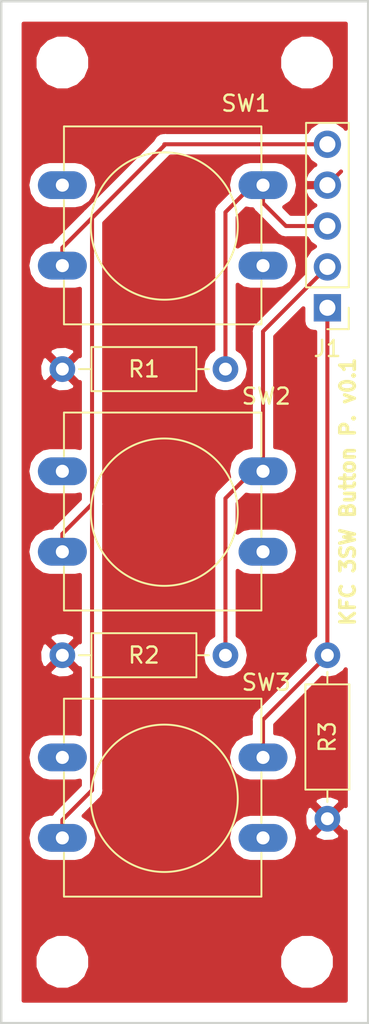
<source format=kicad_pcb>
(kicad_pcb (version 20171130) (host pcbnew "(5.0.1)-4")

  (general
    (thickness 1.6)
    (drawings 6)
    (tracks 30)
    (zones 0)
    (modules 11)
    (nets 6)
  )

  (page A4)
  (title_block
    (title "3 switch panel")
    (date 2018-12-10)
    (rev 1)
  )

  (layers
    (0 F.Cu signal hide)
    (31 B.Cu signal)
    (32 B.Adhes user)
    (33 F.Adhes user)
    (34 B.Paste user)
    (35 F.Paste user)
    (36 B.SilkS user)
    (37 F.SilkS user)
    (38 B.Mask user)
    (39 F.Mask user)
    (40 Dwgs.User user)
    (41 Cmts.User user)
    (42 Eco1.User user)
    (43 Eco2.User user)
    (44 Edge.Cuts user)
    (45 Margin user)
    (46 B.CrtYd user)
    (47 F.CrtYd user)
    (48 B.Fab user)
    (49 F.Fab user hide)
  )

  (setup
    (last_trace_width 0.25)
    (trace_clearance 0.2)
    (zone_clearance 0.508)
    (zone_45_only no)
    (trace_min 0.2)
    (segment_width 0.2)
    (edge_width 0.15)
    (via_size 0.8)
    (via_drill 0.4)
    (via_min_size 0.4)
    (via_min_drill 0.3)
    (uvia_size 0.3)
    (uvia_drill 0.1)
    (uvias_allowed no)
    (uvia_min_size 0.2)
    (uvia_min_drill 0.1)
    (pcb_text_width 0.3)
    (pcb_text_size 1.5 1.5)
    (mod_edge_width 0.15)
    (mod_text_size 1 1)
    (mod_text_width 0.15)
    (pad_size 1.524 1.524)
    (pad_drill 0.762)
    (pad_to_mask_clearance 0.051)
    (solder_mask_min_width 0.25)
    (aux_axis_origin 0 0)
    (visible_elements 7FFFFFFF)
    (pcbplotparams
      (layerselection 0x010fc_ffffffff)
      (usegerberextensions false)
      (usegerberattributes false)
      (usegerberadvancedattributes false)
      (creategerberjobfile false)
      (excludeedgelayer true)
      (linewidth 0.100000)
      (plotframeref false)
      (viasonmask false)
      (mode 1)
      (useauxorigin false)
      (hpglpennumber 1)
      (hpglpenspeed 20)
      (hpglpendiameter 15.000000)
      (psnegative false)
      (psa4output false)
      (plotreference true)
      (plotvalue true)
      (plotinvisibletext false)
      (padsonsilk false)
      (subtractmaskfromsilk false)
      (outputformat 1)
      (mirror false)
      (drillshape 1)
      (scaleselection 1)
      (outputdirectory ""))
  )

  (net 0 "")
  (net 1 "Net-(J1-Pad1)")
  (net 2 "Net-(J1-Pad2)")
  (net 3 "Net-(J1-Pad3)")
  (net 4 GND)
  (net 5 VCC)

  (net_class Default "This is the default net class."
    (clearance 0.2)
    (trace_width 0.25)
    (via_dia 0.8)
    (via_drill 0.4)
    (uvia_dia 0.3)
    (uvia_drill 0.1)
    (add_net GND)
    (add_net "Net-(J1-Pad1)")
    (add_net "Net-(J1-Pad2)")
    (add_net "Net-(J1-Pad3)")
    (add_net VCC)
  )

  (module MountingHole:MountingHole_2.2mm_M2 (layer F.Cu) (tedit 5C10B1C0) (tstamp 5C10B5C9)
    (at 36.83 66.04)
    (descr "Mounting Hole 2.2mm, no annular, M2")
    (tags "mounting hole 2.2mm no annular m2")
    (attr virtual)
    (fp_text reference REF** (at 0 -3.2) (layer F.Fab) hide
      (effects (font (size 1 1) (thickness 0.15)))
    )
    (fp_text value MountingHole_2.2mm_M2 (at 0 3.2) (layer F.Fab)
      (effects (font (size 1 1) (thickness 0.15)))
    )
    (fp_text user %R (at 0.3 0) (layer F.Fab)
      (effects (font (size 1 1) (thickness 0.15)))
    )
    (fp_circle (center 0 0) (end 2.2 0) (layer Cmts.User) (width 0.15))
    (fp_circle (center 0 0) (end 2.45 0) (layer F.CrtYd) (width 0.05))
    (pad 1 np_thru_hole circle (at 0 0) (size 2.2 2.2) (drill 2.2) (layers *.Cu *.Mask))
  )

  (module MountingHole:MountingHole_2.2mm_M2 (layer F.Cu) (tedit 5C10B1C4) (tstamp 5C10B5BB)
    (at 21.59 66.04)
    (descr "Mounting Hole 2.2mm, no annular, M2")
    (tags "mounting hole 2.2mm no annular m2")
    (attr virtual)
    (fp_text reference REF** (at 0 -3.2) (layer F.Fab) hide
      (effects (font (size 1 1) (thickness 0.15)))
    )
    (fp_text value MountingHole_2.2mm_M2 (at 0 3.2) (layer F.Fab)
      (effects (font (size 1 1) (thickness 0.15)))
    )
    (fp_circle (center 0 0) (end 2.45 0) (layer F.CrtYd) (width 0.05))
    (fp_circle (center 0 0) (end 2.2 0) (layer Cmts.User) (width 0.15))
    (fp_text user %R (at 0.3 0) (layer F.Fab)
      (effects (font (size 1 1) (thickness 0.15)))
    )
    (pad 1 np_thru_hole circle (at 0 0) (size 2.2 2.2) (drill 2.2) (layers *.Cu *.Mask))
  )

  (module MountingHole:MountingHole_2.2mm_M2 (layer F.Cu) (tedit 5C10B1C8) (tstamp 5C10B5AD)
    (at 36.83 10.16)
    (descr "Mounting Hole 2.2mm, no annular, M2")
    (tags "mounting hole 2.2mm no annular m2")
    (attr virtual)
    (fp_text reference REF** (at 0 -3.2) (layer F.Fab) hide
      (effects (font (size 1 1) (thickness 0.15)))
    )
    (fp_text value MountingHole_2.2mm_M2 (at 0 3.2) (layer F.Fab)
      (effects (font (size 1 1) (thickness 0.15)))
    )
    (fp_text user %R (at 0.3 0) (layer F.Fab)
      (effects (font (size 1 1) (thickness 0.15)))
    )
    (fp_circle (center 0 0) (end 2.2 0) (layer Cmts.User) (width 0.15))
    (fp_circle (center 0 0) (end 2.45 0) (layer F.CrtYd) (width 0.05))
    (pad 1 np_thru_hole circle (at 0 0) (size 2.2 2.2) (drill 2.2) (layers *.Cu *.Mask))
  )

  (module Button_Switch_THT:SW_PUSH-12mm (layer F.Cu) (tedit 5A02FE31) (tstamp 5C2A1B6F)
    (at 21.59 53.34)
    (descr "SW PUSH 12mm https://www.e-switch.com/system/asset/product_line/data_sheet/143/TL1100.pdf")
    (tags "tact sw push 12mm")
    (path /5C0F5616)
    (fp_text reference SW3 (at 12.7 -4.66) (layer F.SilkS)
      (effects (font (size 1 1) (thickness 0.15)))
    )
    (fp_text value SW_SPST (at 6.35 6.35) (layer F.Fab)
      (effects (font (size 1 1) (thickness 0.15)))
    )
    (fp_line (start 12.4 -3.65) (end 12.4 -0.93) (layer F.SilkS) (width 0.12))
    (fp_line (start 12.4 5.93) (end 12.4 8.65) (layer F.SilkS) (width 0.12))
    (fp_line (start 0.1 4.07) (end 0.1 0.93) (layer F.SilkS) (width 0.12))
    (fp_line (start 0.1 8.65) (end 0.1 5.93) (layer F.SilkS) (width 0.12))
    (fp_line (start 0.25 -3.5) (end 0.25 8.5) (layer F.Fab) (width 0.1))
    (fp_circle (center 6.35 2.54) (end 10.16 5.08) (layer F.SilkS) (width 0.12))
    (fp_line (start 14.25 8.75) (end -1.77 8.75) (layer F.CrtYd) (width 0.05))
    (fp_line (start 14.25 8.75) (end 14.25 -3.75) (layer F.CrtYd) (width 0.05))
    (fp_line (start -1.77 -3.75) (end -1.77 8.75) (layer F.CrtYd) (width 0.05))
    (fp_line (start -1.77 -3.75) (end 14.25 -3.75) (layer F.CrtYd) (width 0.05))
    (fp_line (start 0.1 -0.93) (end 0.1 -3.65) (layer F.SilkS) (width 0.12))
    (fp_line (start 12.4 8.65) (end 0.1 8.65) (layer F.SilkS) (width 0.12))
    (fp_line (start 12.4 0.93) (end 12.4 4.07) (layer F.SilkS) (width 0.12))
    (fp_line (start 0.1 -3.65) (end 12.4 -3.65) (layer F.SilkS) (width 0.12))
    (fp_text user %R (at 6.35 2.54) (layer F.Fab)
      (effects (font (size 1 1) (thickness 0.15)))
    )
    (fp_line (start 12.25 -3.5) (end 12.25 8.5) (layer F.Fab) (width 0.1))
    (fp_line (start 0.25 -3.5) (end 12.25 -3.5) (layer F.Fab) (width 0.1))
    (fp_line (start 0.25 8.5) (end 12.25 8.5) (layer F.Fab) (width 0.1))
    (pad 2 thru_hole oval (at 0 5) (size 3.048 1.7272) (drill 0.8128) (layers *.Cu *.Mask)
      (net 5 VCC))
    (pad 1 thru_hole oval (at 0 0) (size 3.048 1.7272) (drill 0.8128) (layers *.Cu *.Mask)
      (net 1 "Net-(J1-Pad1)"))
    (pad 2 thru_hole oval (at 12.5 5) (size 3.048 1.7272) (drill 0.8128) (layers *.Cu *.Mask)
      (net 5 VCC))
    (pad 1 thru_hole oval (at 12.5 0) (size 3.048 1.7272) (drill 0.8128) (layers *.Cu *.Mask)
      (net 1 "Net-(J1-Pad1)"))
    (model ${KISYS3DMOD}/Button_Switch_THT.3dshapes/SW_PUSH-12mm.wrl
      (at (xyz 0 0 0))
      (scale (xyz 1 1 1))
      (rotate (xyz 0 0 0))
    )
  )

  (module Connector_PinHeader_2.54mm:PinHeader_1x05_P2.54mm_Vertical (layer F.Cu) (tedit 59FED5CC) (tstamp 5C2A1ADC)
    (at 38.1 25.4 180)
    (descr "Through hole straight pin header, 1x05, 2.54mm pitch, single row")
    (tags "Through hole pin header THT 1x05 2.54mm single row")
    (path /5C0F5033)
    (fp_text reference J1 (at 0 -2.54 180) (layer F.SilkS)
      (effects (font (size 1 1) (thickness 0.15)))
    )
    (fp_text value Conn_01x05 (at -2.54 5.08 270) (layer F.Fab)
      (effects (font (size 1 1) (thickness 0.15)))
    )
    (fp_line (start -0.635 -1.27) (end 1.27 -1.27) (layer F.Fab) (width 0.1))
    (fp_line (start 1.27 -1.27) (end 1.27 11.43) (layer F.Fab) (width 0.1))
    (fp_line (start 1.27 11.43) (end -1.27 11.43) (layer F.Fab) (width 0.1))
    (fp_line (start -1.27 11.43) (end -1.27 -0.635) (layer F.Fab) (width 0.1))
    (fp_line (start -1.27 -0.635) (end -0.635 -1.27) (layer F.Fab) (width 0.1))
    (fp_line (start -1.33 11.49) (end 1.33 11.49) (layer F.SilkS) (width 0.12))
    (fp_line (start -1.33 1.27) (end -1.33 11.49) (layer F.SilkS) (width 0.12))
    (fp_line (start 1.33 1.27) (end 1.33 11.49) (layer F.SilkS) (width 0.12))
    (fp_line (start -1.33 1.27) (end 1.33 1.27) (layer F.SilkS) (width 0.12))
    (fp_line (start -1.33 0) (end -1.33 -1.33) (layer F.SilkS) (width 0.12))
    (fp_line (start -1.33 -1.33) (end 0 -1.33) (layer F.SilkS) (width 0.12))
    (fp_line (start -1.8 -1.8) (end -1.8 11.95) (layer F.CrtYd) (width 0.05))
    (fp_line (start -1.8 11.95) (end 1.8 11.95) (layer F.CrtYd) (width 0.05))
    (fp_line (start 1.8 11.95) (end 1.8 -1.8) (layer F.CrtYd) (width 0.05))
    (fp_line (start 1.8 -1.8) (end -1.8 -1.8) (layer F.CrtYd) (width 0.05))
    (fp_text user %R (at 0 5.08 270) (layer F.Fab)
      (effects (font (size 1 1) (thickness 0.15)))
    )
    (pad 1 thru_hole rect (at 0 0 180) (size 1.7 1.7) (drill 1) (layers *.Cu *.Mask)
      (net 1 "Net-(J1-Pad1)"))
    (pad 2 thru_hole oval (at 0 2.54 180) (size 1.7 1.7) (drill 1) (layers *.Cu *.Mask)
      (net 2 "Net-(J1-Pad2)"))
    (pad 3 thru_hole oval (at 0 5.08 180) (size 1.7 1.7) (drill 1) (layers *.Cu *.Mask)
      (net 3 "Net-(J1-Pad3)"))
    (pad 4 thru_hole oval (at 0 7.62 180) (size 1.7 1.7) (drill 1) (layers *.Cu *.Mask)
      (net 4 GND))
    (pad 5 thru_hole oval (at 0 10.16 180) (size 1.7 1.7) (drill 1) (layers *.Cu *.Mask)
      (net 5 VCC))
    (model ${KISYS3DMOD}/Connector_PinHeader_2.54mm.3dshapes/PinHeader_1x05_P2.54mm_Vertical.wrl
      (at (xyz 0 0 0))
      (scale (xyz 1 1 1))
      (rotate (xyz 0 0 0))
    )
  )

  (module Resistor_THT:R_Axial_DIN0207_L6.3mm_D2.5mm_P10.16mm_Horizontal (layer F.Cu) (tedit 5AE5139B) (tstamp 5C2A1AF3)
    (at 21.59 29.21)
    (descr "Resistor, Axial_DIN0207 series, Axial, Horizontal, pin pitch=10.16mm, 0.25W = 1/4W, length*diameter=6.3*2.5mm^2, http://cdn-reichelt.de/documents/datenblatt/B400/1_4W%23YAG.pdf")
    (tags "Resistor Axial_DIN0207 series Axial Horizontal pin pitch 10.16mm 0.25W = 1/4W length 6.3mm diameter 2.5mm")
    (path /5C0F5954)
    (fp_text reference R1 (at 5.08 0) (layer F.SilkS)
      (effects (font (size 1 1) (thickness 0.15)))
    )
    (fp_text value R_US (at 5.08 2.37) (layer F.Fab)
      (effects (font (size 1 1) (thickness 0.15)))
    )
    (fp_line (start 1.93 -1.25) (end 1.93 1.25) (layer F.Fab) (width 0.1))
    (fp_line (start 1.93 1.25) (end 8.23 1.25) (layer F.Fab) (width 0.1))
    (fp_line (start 8.23 1.25) (end 8.23 -1.25) (layer F.Fab) (width 0.1))
    (fp_line (start 8.23 -1.25) (end 1.93 -1.25) (layer F.Fab) (width 0.1))
    (fp_line (start 0 0) (end 1.93 0) (layer F.Fab) (width 0.1))
    (fp_line (start 10.16 0) (end 8.23 0) (layer F.Fab) (width 0.1))
    (fp_line (start 1.81 -1.37) (end 1.81 1.37) (layer F.SilkS) (width 0.12))
    (fp_line (start 1.81 1.37) (end 8.35 1.37) (layer F.SilkS) (width 0.12))
    (fp_line (start 8.35 1.37) (end 8.35 -1.37) (layer F.SilkS) (width 0.12))
    (fp_line (start 8.35 -1.37) (end 1.81 -1.37) (layer F.SilkS) (width 0.12))
    (fp_line (start 1.04 0) (end 1.81 0) (layer F.SilkS) (width 0.12))
    (fp_line (start 9.12 0) (end 8.35 0) (layer F.SilkS) (width 0.12))
    (fp_line (start -1.05 -1.5) (end -1.05 1.5) (layer F.CrtYd) (width 0.05))
    (fp_line (start -1.05 1.5) (end 11.21 1.5) (layer F.CrtYd) (width 0.05))
    (fp_line (start 11.21 1.5) (end 11.21 -1.5) (layer F.CrtYd) (width 0.05))
    (fp_line (start 11.21 -1.5) (end -1.05 -1.5) (layer F.CrtYd) (width 0.05))
    (fp_text user %R (at 5.08 0) (layer F.Fab)
      (effects (font (size 1 1) (thickness 0.15)))
    )
    (pad 1 thru_hole circle (at 0 0) (size 1.6 1.6) (drill 0.8) (layers *.Cu *.Mask)
      (net 4 GND))
    (pad 2 thru_hole oval (at 10.16 0) (size 1.6 1.6) (drill 0.8) (layers *.Cu *.Mask)
      (net 3 "Net-(J1-Pad3)"))
    (model ${KISYS3DMOD}/Resistor_THT.3dshapes/R_Axial_DIN0207_L6.3mm_D2.5mm_P10.16mm_Horizontal.wrl
      (at (xyz 0 0 0))
      (scale (xyz 1 1 1))
      (rotate (xyz 0 0 0))
    )
  )

  (module Resistor_THT:R_Axial_DIN0207_L6.3mm_D2.5mm_P10.16mm_Horizontal (layer F.Cu) (tedit 5AE5139B) (tstamp 5C2A1B0A)
    (at 21.59 46.99)
    (descr "Resistor, Axial_DIN0207 series, Axial, Horizontal, pin pitch=10.16mm, 0.25W = 1/4W, length*diameter=6.3*2.5mm^2, http://cdn-reichelt.de/documents/datenblatt/B400/1_4W%23YAG.pdf")
    (tags "Resistor Axial_DIN0207 series Axial Horizontal pin pitch 10.16mm 0.25W = 1/4W length 6.3mm diameter 2.5mm")
    (path /5C0F5D95)
    (fp_text reference R2 (at 5.08 0) (layer F.SilkS)
      (effects (font (size 1 1) (thickness 0.15)))
    )
    (fp_text value R_US (at 5.08 2.37) (layer F.Fab)
      (effects (font (size 1 1) (thickness 0.15)))
    )
    (fp_text user %R (at 5.08 0) (layer F.Fab)
      (effects (font (size 1 1) (thickness 0.15)))
    )
    (fp_line (start 11.21 -1.5) (end -1.05 -1.5) (layer F.CrtYd) (width 0.05))
    (fp_line (start 11.21 1.5) (end 11.21 -1.5) (layer F.CrtYd) (width 0.05))
    (fp_line (start -1.05 1.5) (end 11.21 1.5) (layer F.CrtYd) (width 0.05))
    (fp_line (start -1.05 -1.5) (end -1.05 1.5) (layer F.CrtYd) (width 0.05))
    (fp_line (start 9.12 0) (end 8.35 0) (layer F.SilkS) (width 0.12))
    (fp_line (start 1.04 0) (end 1.81 0) (layer F.SilkS) (width 0.12))
    (fp_line (start 8.35 -1.37) (end 1.81 -1.37) (layer F.SilkS) (width 0.12))
    (fp_line (start 8.35 1.37) (end 8.35 -1.37) (layer F.SilkS) (width 0.12))
    (fp_line (start 1.81 1.37) (end 8.35 1.37) (layer F.SilkS) (width 0.12))
    (fp_line (start 1.81 -1.37) (end 1.81 1.37) (layer F.SilkS) (width 0.12))
    (fp_line (start 10.16 0) (end 8.23 0) (layer F.Fab) (width 0.1))
    (fp_line (start 0 0) (end 1.93 0) (layer F.Fab) (width 0.1))
    (fp_line (start 8.23 -1.25) (end 1.93 -1.25) (layer F.Fab) (width 0.1))
    (fp_line (start 8.23 1.25) (end 8.23 -1.25) (layer F.Fab) (width 0.1))
    (fp_line (start 1.93 1.25) (end 8.23 1.25) (layer F.Fab) (width 0.1))
    (fp_line (start 1.93 -1.25) (end 1.93 1.25) (layer F.Fab) (width 0.1))
    (pad 2 thru_hole oval (at 10.16 0) (size 1.6 1.6) (drill 0.8) (layers *.Cu *.Mask)
      (net 2 "Net-(J1-Pad2)"))
    (pad 1 thru_hole circle (at 0 0) (size 1.6 1.6) (drill 0.8) (layers *.Cu *.Mask)
      (net 4 GND))
    (model ${KISYS3DMOD}/Resistor_THT.3dshapes/R_Axial_DIN0207_L6.3mm_D2.5mm_P10.16mm_Horizontal.wrl
      (at (xyz 0 0 0))
      (scale (xyz 1 1 1))
      (rotate (xyz 0 0 0))
    )
  )

  (module Resistor_THT:R_Axial_DIN0207_L6.3mm_D2.5mm_P10.16mm_Horizontal (layer F.Cu) (tedit 5AE5139B) (tstamp 5C2A1B21)
    (at 38.1 57.15 90)
    (descr "Resistor, Axial_DIN0207 series, Axial, Horizontal, pin pitch=10.16mm, 0.25W = 1/4W, length*diameter=6.3*2.5mm^2, http://cdn-reichelt.de/documents/datenblatt/B400/1_4W%23YAG.pdf")
    (tags "Resistor Axial_DIN0207 series Axial Horizontal pin pitch 10.16mm 0.25W = 1/4W length 6.3mm diameter 2.5mm")
    (path /5C0F5E1D)
    (fp_text reference R3 (at 5.08 0 90) (layer F.SilkS)
      (effects (font (size 1 1) (thickness 0.15)))
    )
    (fp_text value R_US (at 5.08 2.37 90) (layer F.Fab)
      (effects (font (size 1 1) (thickness 0.15)))
    )
    (fp_line (start 1.93 -1.25) (end 1.93 1.25) (layer F.Fab) (width 0.1))
    (fp_line (start 1.93 1.25) (end 8.23 1.25) (layer F.Fab) (width 0.1))
    (fp_line (start 8.23 1.25) (end 8.23 -1.25) (layer F.Fab) (width 0.1))
    (fp_line (start 8.23 -1.25) (end 1.93 -1.25) (layer F.Fab) (width 0.1))
    (fp_line (start 0 0) (end 1.93 0) (layer F.Fab) (width 0.1))
    (fp_line (start 10.16 0) (end 8.23 0) (layer F.Fab) (width 0.1))
    (fp_line (start 1.81 -1.37) (end 1.81 1.37) (layer F.SilkS) (width 0.12))
    (fp_line (start 1.81 1.37) (end 8.35 1.37) (layer F.SilkS) (width 0.12))
    (fp_line (start 8.35 1.37) (end 8.35 -1.37) (layer F.SilkS) (width 0.12))
    (fp_line (start 8.35 -1.37) (end 1.81 -1.37) (layer F.SilkS) (width 0.12))
    (fp_line (start 1.04 0) (end 1.81 0) (layer F.SilkS) (width 0.12))
    (fp_line (start 9.12 0) (end 8.35 0) (layer F.SilkS) (width 0.12))
    (fp_line (start -1.05 -1.5) (end -1.05 1.5) (layer F.CrtYd) (width 0.05))
    (fp_line (start -1.05 1.5) (end 11.21 1.5) (layer F.CrtYd) (width 0.05))
    (fp_line (start 11.21 1.5) (end 11.21 -1.5) (layer F.CrtYd) (width 0.05))
    (fp_line (start 11.21 -1.5) (end -1.05 -1.5) (layer F.CrtYd) (width 0.05))
    (fp_text user %R (at 5.08 0 90) (layer F.Fab)
      (effects (font (size 1 1) (thickness 0.15)))
    )
    (pad 1 thru_hole circle (at 0 0 90) (size 1.6 1.6) (drill 0.8) (layers *.Cu *.Mask)
      (net 4 GND))
    (pad 2 thru_hole oval (at 10.16 0 90) (size 1.6 1.6) (drill 0.8) (layers *.Cu *.Mask)
      (net 1 "Net-(J1-Pad1)"))
    (model ${KISYS3DMOD}/Resistor_THT.3dshapes/R_Axial_DIN0207_L6.3mm_D2.5mm_P10.16mm_Horizontal.wrl
      (at (xyz 0 0 0))
      (scale (xyz 1 1 1))
      (rotate (xyz 0 0 0))
    )
  )

  (module Button_Switch_THT:SW_PUSH-12mm (layer F.Cu) (tedit 5A02FE31) (tstamp 5C2A1B3B)
    (at 21.59 17.78)
    (descr "SW PUSH 12mm https://www.e-switch.com/system/asset/product_line/data_sheet/143/TL1100.pdf")
    (tags "tact sw push 12mm")
    (path /5C0F558C)
    (fp_text reference SW1 (at 11.43 -5.08) (layer F.SilkS)
      (effects (font (size 1 1) (thickness 0.15)))
    )
    (fp_text value SW_SPST (at 6.62 6.35) (layer F.Fab)
      (effects (font (size 1 1) (thickness 0.15)))
    )
    (fp_line (start 0.25 8.5) (end 12.25 8.5) (layer F.Fab) (width 0.1))
    (fp_line (start 0.25 -3.5) (end 12.25 -3.5) (layer F.Fab) (width 0.1))
    (fp_line (start 12.25 -3.5) (end 12.25 8.5) (layer F.Fab) (width 0.1))
    (fp_text user %R (at 6.35 2.54) (layer F.Fab)
      (effects (font (size 1 1) (thickness 0.15)))
    )
    (fp_line (start 0.1 -3.65) (end 12.4 -3.65) (layer F.SilkS) (width 0.12))
    (fp_line (start 12.4 0.93) (end 12.4 4.07) (layer F.SilkS) (width 0.12))
    (fp_line (start 12.4 8.65) (end 0.1 8.65) (layer F.SilkS) (width 0.12))
    (fp_line (start 0.1 -0.93) (end 0.1 -3.65) (layer F.SilkS) (width 0.12))
    (fp_line (start -1.77 -3.75) (end 14.25 -3.75) (layer F.CrtYd) (width 0.05))
    (fp_line (start -1.77 -3.75) (end -1.77 8.75) (layer F.CrtYd) (width 0.05))
    (fp_line (start 14.25 8.75) (end 14.25 -3.75) (layer F.CrtYd) (width 0.05))
    (fp_line (start 14.25 8.75) (end -1.77 8.75) (layer F.CrtYd) (width 0.05))
    (fp_circle (center 6.35 2.54) (end 10.16 5.08) (layer F.SilkS) (width 0.12))
    (fp_line (start 0.25 -3.5) (end 0.25 8.5) (layer F.Fab) (width 0.1))
    (fp_line (start 0.1 8.65) (end 0.1 5.93) (layer F.SilkS) (width 0.12))
    (fp_line (start 0.1 4.07) (end 0.1 0.93) (layer F.SilkS) (width 0.12))
    (fp_line (start 12.4 5.93) (end 12.4 8.65) (layer F.SilkS) (width 0.12))
    (fp_line (start 12.4 -3.65) (end 12.4 -0.93) (layer F.SilkS) (width 0.12))
    (pad 1 thru_hole oval (at 12.5 0) (size 3.048 1.7272) (drill 0.8128) (layers *.Cu *.Mask)
      (net 3 "Net-(J1-Pad3)"))
    (pad 2 thru_hole oval (at 12.5 5) (size 3.048 1.7272) (drill 0.8128) (layers *.Cu *.Mask)
      (net 5 VCC))
    (pad 1 thru_hole oval (at 0 0) (size 3.048 1.7272) (drill 0.8128) (layers *.Cu *.Mask)
      (net 3 "Net-(J1-Pad3)"))
    (pad 2 thru_hole oval (at 0 5) (size 3.048 1.7272) (drill 0.8128) (layers *.Cu *.Mask)
      (net 5 VCC))
    (model ${KISYS3DMOD}/Button_Switch_THT.3dshapes/SW_PUSH-12mm.wrl
      (at (xyz 0 0 0))
      (scale (xyz 1 1 1))
      (rotate (xyz 0 0 0))
    )
  )

  (module Button_Switch_THT:SW_PUSH-12mm (layer F.Cu) (tedit 5A02FE31) (tstamp 5C2A1B55)
    (at 21.59 35.56)
    (descr "SW PUSH 12mm https://www.e-switch.com/system/asset/product_line/data_sheet/143/TL1100.pdf")
    (tags "tact sw push 12mm")
    (path /5C0F55D8)
    (fp_text reference SW2 (at 12.7 -4.66) (layer F.SilkS)
      (effects (font (size 1 1) (thickness 0.15)))
    )
    (fp_text value SW_SPST (at 6.62 6.35) (layer F.Fab)
      (effects (font (size 1 1) (thickness 0.15)))
    )
    (fp_line (start 0.25 8.5) (end 12.25 8.5) (layer F.Fab) (width 0.1))
    (fp_line (start 0.25 -3.5) (end 12.25 -3.5) (layer F.Fab) (width 0.1))
    (fp_line (start 12.25 -3.5) (end 12.25 8.5) (layer F.Fab) (width 0.1))
    (fp_text user %R (at 6.35 2.54) (layer F.Fab)
      (effects (font (size 1 1) (thickness 0.15)))
    )
    (fp_line (start 0.1 -3.65) (end 12.4 -3.65) (layer F.SilkS) (width 0.12))
    (fp_line (start 12.4 0.93) (end 12.4 4.07) (layer F.SilkS) (width 0.12))
    (fp_line (start 12.4 8.65) (end 0.1 8.65) (layer F.SilkS) (width 0.12))
    (fp_line (start 0.1 -0.93) (end 0.1 -3.65) (layer F.SilkS) (width 0.12))
    (fp_line (start -1.77 -3.75) (end 14.25 -3.75) (layer F.CrtYd) (width 0.05))
    (fp_line (start -1.77 -3.75) (end -1.77 8.75) (layer F.CrtYd) (width 0.05))
    (fp_line (start 14.25 8.75) (end 14.25 -3.75) (layer F.CrtYd) (width 0.05))
    (fp_line (start 14.25 8.75) (end -1.77 8.75) (layer F.CrtYd) (width 0.05))
    (fp_circle (center 6.35 2.54) (end 10.16 5.08) (layer F.SilkS) (width 0.12))
    (fp_line (start 0.25 -3.5) (end 0.25 8.5) (layer F.Fab) (width 0.1))
    (fp_line (start 0.1 8.65) (end 0.1 5.93) (layer F.SilkS) (width 0.12))
    (fp_line (start 0.1 4.07) (end 0.1 0.93) (layer F.SilkS) (width 0.12))
    (fp_line (start 12.4 5.93) (end 12.4 8.65) (layer F.SilkS) (width 0.12))
    (fp_line (start 12.4 -3.65) (end 12.4 -0.93) (layer F.SilkS) (width 0.12))
    (pad 1 thru_hole oval (at 12.5 0) (size 3.048 1.7272) (drill 0.8128) (layers *.Cu *.Mask)
      (net 2 "Net-(J1-Pad2)"))
    (pad 2 thru_hole oval (at 12.5 5) (size 3.048 1.7272) (drill 0.8128) (layers *.Cu *.Mask)
      (net 5 VCC))
    (pad 1 thru_hole oval (at 0 0) (size 3.048 1.7272) (drill 0.8128) (layers *.Cu *.Mask)
      (net 2 "Net-(J1-Pad2)"))
    (pad 2 thru_hole oval (at 0 5) (size 3.048 1.7272) (drill 0.8128) (layers *.Cu *.Mask)
      (net 5 VCC))
    (model ${KISYS3DMOD}/Button_Switch_THT.3dshapes/SW_PUSH-12mm.wrl
      (at (xyz 0 0 0))
      (scale (xyz 1 1 1))
      (rotate (xyz 0 0 0))
    )
  )

  (module MountingHole:MountingHole_2.2mm_M2 (layer F.Cu) (tedit 5C10B1CD) (tstamp 5C10B584)
    (at 21.59 10.16)
    (descr "Mounting Hole 2.2mm, no annular, M2")
    (tags "mounting hole 2.2mm no annular m2")
    (attr virtual)
    (fp_text reference REF** (at 0 -3.2) (layer F.Fab) hide
      (effects (font (size 1 1) (thickness 0.15)))
    )
    (fp_text value MountingHole_2.2mm_M2 (at 0 3.2) (layer F.Fab)
      (effects (font (size 1 1) (thickness 0.15)))
    )
    (fp_circle (center 0 0) (end 2.45 0) (layer F.CrtYd) (width 0.05))
    (fp_circle (center 0 0) (end 2.2 0) (layer Cmts.User) (width 0.15))
    (fp_text user %R (at 0.3 0) (layer F.Fab)
      (effects (font (size 1 1) (thickness 0.15)))
    )
    (pad 1 np_thru_hole circle (at 0 0) (size 2.2 2.2) (drill 2.2) (layers *.Cu *.Mask))
  )

  (gr_text "KFC 3SW Button P. v0.1" (at 39.37 36.83 90) (layer F.SilkS)
    (effects (font (size 0.9 0.9) (thickness 0.225)))
  )
  (gr_line (start 17.78 6.35) (end 19.05 6.35) (layer Edge.Cuts) (width 0.15))
  (gr_line (start 17.78 69.85) (end 17.78 6.35) (layer Edge.Cuts) (width 0.15))
  (gr_line (start 40.64 69.85) (end 17.78 69.85) (layer Edge.Cuts) (width 0.15))
  (gr_line (start 40.64 6.35) (end 40.64 69.85) (layer Edge.Cuts) (width 0.15))
  (gr_line (start 19.05 6.35) (end 40.64 6.35) (layer Edge.Cuts) (width 0.15))

  (segment (start 34.09 51) (end 38.1 46.99) (width 0.25) (layer F.Cu) (net 1))
  (segment (start 34.09 53.34) (end 34.09 51) (width 0.25) (layer F.Cu) (net 1))
  (segment (start 38.1 46.99) (end 38.1 30.65) (width 0.25) (layer F.Cu) (net 1))
  (segment (start 38.1 25.4) (end 38.1 31.75) (width 0.25) (layer F.Cu) (net 1))
  (segment (start 34.09 34.4464) (end 34.09 35.56) (width 0.25) (layer F.Cu) (net 2))
  (segment (start 31.75 45.85863) (end 31.75 46.99) (width 0.25) (layer F.Cu) (net 2))
  (segment (start 31.75 37.2396) (end 31.75 45.85863) (width 0.25) (layer F.Cu) (net 2))
  (segment (start 33.4296 35.56) (end 31.75 37.2396) (width 0.25) (layer F.Cu) (net 2))
  (segment (start 34.09 35.56) (end 33.4296 35.56) (width 0.25) (layer F.Cu) (net 2))
  (segment (start 34.09 26.87) (end 38.1 22.86) (width 0.25) (layer F.Cu) (net 2))
  (segment (start 34.09 35.56) (end 34.09 26.87) (width 0.25) (layer F.Cu) (net 2))
  (segment (start 31.75 28.07863) (end 31.75 29.21) (width 0.25) (layer F.Cu) (net 3))
  (segment (start 31.75 19.4596) (end 31.75 28.07863) (width 0.25) (layer F.Cu) (net 3))
  (segment (start 33.4296 17.78) (end 31.75 19.4596) (width 0.25) (layer F.Cu) (net 3))
  (segment (start 34.09 17.78) (end 33.4296 17.78) (width 0.25) (layer F.Cu) (net 3))
  (segment (start 36.897919 20.32) (end 38.1 20.32) (width 0.25) (layer F.Cu) (net 3))
  (segment (start 35.5164 20.32) (end 36.897919 20.32) (width 0.25) (layer F.Cu) (net 3))
  (segment (start 34.09 18.8936) (end 35.5164 20.32) (width 0.25) (layer F.Cu) (net 3))
  (segment (start 34.09 17.78) (end 34.09 18.8936) (width 0.25) (layer F.Cu) (net 3))
  (segment (start 38.949999 16.930001) (end 38.1 17.78) (width 0.25) (layer F.Cu) (net 4))
  (segment (start 21.59 21.6664) (end 21.59 22.78) (width 0.25) (layer F.Cu) (net 5))
  (segment (start 28.0164 15.24) (end 21.59 21.6664) (width 0.25) (layer F.Cu) (net 5))
  (segment (start 21.59 39.4464) (end 21.59 40.56) (width 0.25) (layer F.Cu) (net 5))
  (segment (start 23.43901 37.59739) (end 21.59 39.4464) (width 0.25) (layer F.Cu) (net 5))
  (segment (start 23.43901 19.81739) (end 23.43901 37.59739) (width 0.25) (layer F.Cu) (net 5))
  (segment (start 28.0164 15.24) (end 23.43901 19.81739) (width 0.25) (layer F.Cu) (net 5))
  (segment (start 21.59 57.2264) (end 21.59 58.34) (width 0.25) (layer F.Cu) (net 5))
  (segment (start 23.43901 55.37739) (end 21.59 57.2264) (width 0.25) (layer F.Cu) (net 5))
  (segment (start 23.43901 37.59739) (end 23.43901 55.37739) (width 0.25) (layer F.Cu) (net 5))
  (segment (start 38.1 15.24) (end 27.94 15.24) (width 0.25) (layer F.Cu) (net 5))

  (zone (net 4) (net_name GND) (layer F.Cu) (tstamp 5C10B6BA) (hatch edge 0.508)
    (connect_pads (clearance 0.508))
    (min_thickness 0.254)
    (fill yes (arc_segments 16) (thermal_gap 0.508) (thermal_bridge_width 0.508))
    (polygon
      (pts
        (xy 19.05 7.62) (xy 39.37 7.62) (xy 39.37 68.58) (xy 19.05 68.58)
      )
    )
    (filled_polygon
      (pts
        (xy 39.243 14.277692) (xy 39.170625 14.169375) (xy 38.679418 13.841161) (xy 38.246256 13.755) (xy 37.953744 13.755)
        (xy 37.520582 13.841161) (xy 37.029375 14.169375) (xy 36.821822 14.48) (xy 28.091246 14.48) (xy 28.016399 14.465112)
        (xy 27.941552 14.48) (xy 27.865148 14.48) (xy 27.643463 14.524096) (xy 27.392071 14.692071) (xy 27.224096 14.943463)
        (xy 27.22061 14.960988) (xy 23.350285 18.831314) (xy 23.66205 18.364725) (xy 23.778359 17.78) (xy 23.66205 17.195275)
        (xy 23.33083 16.69957) (xy 22.835125 16.36835) (xy 22.397998 16.2814) (xy 20.782002 16.2814) (xy 20.344875 16.36835)
        (xy 19.84917 16.69957) (xy 19.51795 17.195275) (xy 19.401641 17.78) (xy 19.51795 18.364725) (xy 19.84917 18.86043)
        (xy 20.344875 19.19165) (xy 20.782002 19.2786) (xy 22.397998 19.2786) (xy 22.835125 19.19165) (xy 23.301714 18.879885)
        (xy 22.954539 19.22706) (xy 22.891081 19.269461) (xy 22.84868 19.332919) (xy 21.10553 21.076069) (xy 21.042071 21.118471)
        (xy 20.933206 21.2814) (xy 20.782002 21.2814) (xy 20.344875 21.36835) (xy 19.84917 21.69957) (xy 19.51795 22.195275)
        (xy 19.401641 22.78) (xy 19.51795 23.364725) (xy 19.84917 23.86043) (xy 20.344875 24.19165) (xy 20.782002 24.2786)
        (xy 22.397998 24.2786) (xy 22.67901 24.222703) (xy 22.67901 28.406339) (xy 22.597745 28.381861) (xy 21.769605 29.21)
        (xy 22.597745 30.038139) (xy 22.679011 30.013661) (xy 22.679011 34.117297) (xy 22.397998 34.0614) (xy 20.782002 34.0614)
        (xy 20.344875 34.14835) (xy 19.84917 34.47957) (xy 19.51795 34.975275) (xy 19.401641 35.56) (xy 19.51795 36.144725)
        (xy 19.84917 36.64043) (xy 20.344875 36.97165) (xy 20.782002 37.0586) (xy 22.397998 37.0586) (xy 22.679011 37.002703)
        (xy 22.679011 37.282587) (xy 21.10553 38.856069) (xy 21.042071 38.898471) (xy 20.933206 39.0614) (xy 20.782002 39.0614)
        (xy 20.344875 39.14835) (xy 19.84917 39.47957) (xy 19.51795 39.975275) (xy 19.401641 40.56) (xy 19.51795 41.144725)
        (xy 19.84917 41.64043) (xy 20.344875 41.97165) (xy 20.782002 42.0586) (xy 22.397998 42.0586) (xy 22.67901 42.002703)
        (xy 22.67901 46.186339) (xy 22.597745 46.161861) (xy 21.769605 46.99) (xy 22.597745 47.818139) (xy 22.679011 47.793661)
        (xy 22.679011 51.897297) (xy 22.397998 51.8414) (xy 20.782002 51.8414) (xy 20.344875 51.92835) (xy 19.84917 52.25957)
        (xy 19.51795 52.755275) (xy 19.401641 53.34) (xy 19.51795 53.924725) (xy 19.84917 54.42043) (xy 20.344875 54.75165)
        (xy 20.782002 54.8386) (xy 22.397998 54.8386) (xy 22.679011 54.782703) (xy 22.679011 55.062587) (xy 21.10553 56.636069)
        (xy 21.042071 56.678471) (xy 20.933206 56.8414) (xy 20.782002 56.8414) (xy 20.344875 56.92835) (xy 19.84917 57.25957)
        (xy 19.51795 57.755275) (xy 19.401641 58.34) (xy 19.51795 58.924725) (xy 19.84917 59.42043) (xy 20.344875 59.75165)
        (xy 20.782002 59.8386) (xy 22.397998 59.8386) (xy 22.835125 59.75165) (xy 23.33083 59.42043) (xy 23.66205 58.924725)
        (xy 23.778359 58.34) (xy 31.901641 58.34) (xy 32.01795 58.924725) (xy 32.34917 59.42043) (xy 32.844875 59.75165)
        (xy 33.282002 59.8386) (xy 34.897998 59.8386) (xy 35.335125 59.75165) (xy 35.83083 59.42043) (xy 36.16205 58.924725)
        (xy 36.278359 58.34) (xy 36.242107 58.157745) (xy 37.271861 58.157745) (xy 37.345995 58.403864) (xy 37.883223 58.596965)
        (xy 38.453454 58.569778) (xy 38.854005 58.403864) (xy 38.928139 58.157745) (xy 38.1 57.329605) (xy 37.271861 58.157745)
        (xy 36.242107 58.157745) (xy 36.16205 57.755275) (xy 35.83083 57.25957) (xy 35.342418 56.933223) (xy 36.653035 56.933223)
        (xy 36.680222 57.503454) (xy 36.846136 57.904005) (xy 37.092255 57.978139) (xy 37.920395 57.15) (xy 37.092255 56.321861)
        (xy 36.846136 56.395995) (xy 36.653035 56.933223) (xy 35.342418 56.933223) (xy 35.335125 56.92835) (xy 34.897998 56.8414)
        (xy 33.282002 56.8414) (xy 32.844875 56.92835) (xy 32.34917 57.25957) (xy 32.01795 57.755275) (xy 31.901641 58.34)
        (xy 23.778359 58.34) (xy 23.66205 57.755275) (xy 23.33083 57.25957) (xy 22.911691 56.97951) (xy 23.748946 56.142255)
        (xy 37.271861 56.142255) (xy 38.1 56.970395) (xy 38.928139 56.142255) (xy 38.854005 55.896136) (xy 38.316777 55.703035)
        (xy 37.746546 55.730222) (xy 37.345995 55.896136) (xy 37.271861 56.142255) (xy 23.748946 56.142255) (xy 23.923483 55.967719)
        (xy 23.986939 55.925319) (xy 24.154914 55.673927) (xy 24.19901 55.452242) (xy 24.19901 55.452238) (xy 24.213898 55.377391)
        (xy 24.19901 55.302544) (xy 24.19901 37.672238) (xy 24.213898 37.597391) (xy 24.19901 37.522544) (xy 24.19901 20.132191)
        (xy 28.331202 16) (xy 36.821822 16) (xy 37.029375 16.310625) (xy 37.348478 16.523843) (xy 37.218642 16.584817)
        (xy 36.828355 17.013076) (xy 36.658524 17.42311) (xy 36.779845 17.653) (xy 37.973 17.653) (xy 37.973 17.633)
        (xy 38.227 17.633) (xy 38.227 17.653) (xy 38.247 17.653) (xy 38.247 17.907) (xy 38.227 17.907)
        (xy 38.227 17.927) (xy 37.973 17.927) (xy 37.973 17.907) (xy 36.779845 17.907) (xy 36.658524 18.13689)
        (xy 36.828355 18.546924) (xy 37.218642 18.975183) (xy 37.348478 19.036157) (xy 37.029375 19.249375) (xy 36.821822 19.56)
        (xy 35.831202 19.56) (xy 35.411691 19.14049) (xy 35.83083 18.86043) (xy 36.16205 18.364725) (xy 36.278359 17.78)
        (xy 36.16205 17.195275) (xy 35.83083 16.69957) (xy 35.335125 16.36835) (xy 34.897998 16.2814) (xy 33.282002 16.2814)
        (xy 32.844875 16.36835) (xy 32.34917 16.69957) (xy 32.01795 17.195275) (xy 31.901641 17.78) (xy 31.976825 18.157974)
        (xy 31.26553 18.869269) (xy 31.202071 18.911671) (xy 31.034096 19.163064) (xy 30.99 19.384749) (xy 30.99 19.384753)
        (xy 30.975112 19.4596) (xy 30.99 19.534447) (xy 30.990001 27.991956) (xy 30.715423 28.175423) (xy 30.39826 28.650091)
        (xy 30.286887 29.21) (xy 30.39826 29.769909) (xy 30.715423 30.244577) (xy 31.190091 30.56174) (xy 31.608667 30.645)
        (xy 31.891333 30.645) (xy 32.309909 30.56174) (xy 32.784577 30.244577) (xy 33.10174 29.769909) (xy 33.213113 29.21)
        (xy 33.10174 28.650091) (xy 32.784577 28.175423) (xy 32.51 27.991957) (xy 32.51 23.967893) (xy 32.844875 24.19165)
        (xy 33.282002 24.2786) (xy 34.897998 24.2786) (xy 35.335125 24.19165) (xy 35.83083 23.86043) (xy 36.16205 23.364725)
        (xy 36.278359 22.78) (xy 36.16205 22.195275) (xy 35.83083 21.69957) (xy 35.335125 21.36835) (xy 34.897998 21.2814)
        (xy 33.282002 21.2814) (xy 32.844875 21.36835) (xy 32.51 21.592107) (xy 32.51 19.774401) (xy 33.051626 19.232775)
        (xy 33.282002 19.2786) (xy 33.433206 19.2786) (xy 33.542072 19.441529) (xy 33.605528 19.483929) (xy 34.926071 20.804473)
        (xy 34.968471 20.867929) (xy 35.219863 21.035904) (xy 35.441548 21.08) (xy 35.441552 21.08) (xy 35.516399 21.094888)
        (xy 35.591246 21.08) (xy 36.821822 21.08) (xy 37.029375 21.390625) (xy 37.327761 21.59) (xy 37.029375 21.789375)
        (xy 36.701161 22.280582) (xy 36.585908 22.86) (xy 36.658791 23.226407) (xy 33.605528 26.279671) (xy 33.542072 26.322071)
        (xy 33.499672 26.385527) (xy 33.499671 26.385528) (xy 33.374097 26.573463) (xy 33.315112 26.87) (xy 33.330001 26.944852)
        (xy 33.33 34.0614) (xy 33.282002 34.0614) (xy 32.844875 34.14835) (xy 32.34917 34.47957) (xy 32.01795 34.975275)
        (xy 31.901641 35.56) (xy 31.976825 35.937974) (xy 31.26553 36.649269) (xy 31.202071 36.691671) (xy 31.034096 36.943064)
        (xy 30.99 37.164749) (xy 30.99 37.164753) (xy 30.975112 37.2396) (xy 30.99 37.314447) (xy 30.990001 45.771956)
        (xy 30.715423 45.955423) (xy 30.39826 46.430091) (xy 30.286887 46.99) (xy 30.39826 47.549909) (xy 30.715423 48.024577)
        (xy 31.190091 48.34174) (xy 31.608667 48.425) (xy 31.891333 48.425) (xy 32.309909 48.34174) (xy 32.784577 48.024577)
        (xy 33.10174 47.549909) (xy 33.213113 46.99) (xy 33.10174 46.430091) (xy 32.784577 45.955423) (xy 32.51 45.771957)
        (xy 32.51 41.747893) (xy 32.844875 41.97165) (xy 33.282002 42.0586) (xy 34.897998 42.0586) (xy 35.335125 41.97165)
        (xy 35.83083 41.64043) (xy 36.16205 41.144725) (xy 36.278359 40.56) (xy 36.16205 39.975275) (xy 35.83083 39.47957)
        (xy 35.335125 39.14835) (xy 34.897998 39.0614) (xy 33.282002 39.0614) (xy 32.844875 39.14835) (xy 32.51 39.372107)
        (xy 32.51 37.554401) (xy 33.051626 37.012775) (xy 33.282002 37.0586) (xy 34.897998 37.0586) (xy 35.335125 36.97165)
        (xy 35.83083 36.64043) (xy 36.16205 36.144725) (xy 36.278359 35.56) (xy 36.16205 34.975275) (xy 35.83083 34.47957)
        (xy 35.335125 34.14835) (xy 34.897998 34.0614) (xy 34.85 34.0614) (xy 34.85 27.184801) (xy 36.60256 25.432242)
        (xy 36.60256 26.25) (xy 36.651843 26.497765) (xy 36.792191 26.707809) (xy 37.002235 26.848157) (xy 37.25 26.89744)
        (xy 37.34 26.89744) (xy 37.340001 30.575148) (xy 37.34 45.771956) (xy 37.065423 45.955423) (xy 36.74826 46.430091)
        (xy 36.636887 46.99) (xy 36.701312 47.313886) (xy 33.605528 50.409671) (xy 33.542072 50.452071) (xy 33.499672 50.515527)
        (xy 33.499671 50.515528) (xy 33.374097 50.703463) (xy 33.315112 51) (xy 33.330001 51.074852) (xy 33.330001 51.8414)
        (xy 33.282002 51.8414) (xy 32.844875 51.92835) (xy 32.34917 52.25957) (xy 32.01795 52.755275) (xy 31.901641 53.34)
        (xy 32.01795 53.924725) (xy 32.34917 54.42043) (xy 32.844875 54.75165) (xy 33.282002 54.8386) (xy 34.897998 54.8386)
        (xy 35.335125 54.75165) (xy 35.83083 54.42043) (xy 36.16205 53.924725) (xy 36.278359 53.34) (xy 36.16205 52.755275)
        (xy 35.83083 52.25957) (xy 35.335125 51.92835) (xy 34.897998 51.8414) (xy 34.85 51.8414) (xy 34.85 51.314801)
        (xy 37.776115 48.388688) (xy 37.958667 48.425) (xy 38.241333 48.425) (xy 38.659909 48.34174) (xy 39.134577 48.024577)
        (xy 39.243 47.862311) (xy 39.243 56.362601) (xy 39.107745 56.321861) (xy 38.279605 57.15) (xy 39.107745 57.978139)
        (xy 39.243 57.937399) (xy 39.243 68.453) (xy 19.177 68.453) (xy 19.177 65.694887) (xy 19.855 65.694887)
        (xy 19.855 66.385113) (xy 20.119138 67.022799) (xy 20.607201 67.510862) (xy 21.244887 67.775) (xy 21.935113 67.775)
        (xy 22.572799 67.510862) (xy 23.060862 67.022799) (xy 23.325 66.385113) (xy 23.325 65.694887) (xy 35.095 65.694887)
        (xy 35.095 66.385113) (xy 35.359138 67.022799) (xy 35.847201 67.510862) (xy 36.484887 67.775) (xy 37.175113 67.775)
        (xy 37.812799 67.510862) (xy 38.300862 67.022799) (xy 38.565 66.385113) (xy 38.565 65.694887) (xy 38.300862 65.057201)
        (xy 37.812799 64.569138) (xy 37.175113 64.305) (xy 36.484887 64.305) (xy 35.847201 64.569138) (xy 35.359138 65.057201)
        (xy 35.095 65.694887) (xy 23.325 65.694887) (xy 23.060862 65.057201) (xy 22.572799 64.569138) (xy 21.935113 64.305)
        (xy 21.244887 64.305) (xy 20.607201 64.569138) (xy 20.119138 65.057201) (xy 19.855 65.694887) (xy 19.177 65.694887)
        (xy 19.177 47.997745) (xy 20.761861 47.997745) (xy 20.835995 48.243864) (xy 21.373223 48.436965) (xy 21.943454 48.409778)
        (xy 22.344005 48.243864) (xy 22.418139 47.997745) (xy 21.59 47.169605) (xy 20.761861 47.997745) (xy 19.177 47.997745)
        (xy 19.177 46.773223) (xy 20.143035 46.773223) (xy 20.170222 47.343454) (xy 20.336136 47.744005) (xy 20.582255 47.818139)
        (xy 21.410395 46.99) (xy 20.582255 46.161861) (xy 20.336136 46.235995) (xy 20.143035 46.773223) (xy 19.177 46.773223)
        (xy 19.177 45.982255) (xy 20.761861 45.982255) (xy 21.59 46.810395) (xy 22.418139 45.982255) (xy 22.344005 45.736136)
        (xy 21.806777 45.543035) (xy 21.236546 45.570222) (xy 20.835995 45.736136) (xy 20.761861 45.982255) (xy 19.177 45.982255)
        (xy 19.177 30.217745) (xy 20.761861 30.217745) (xy 20.835995 30.463864) (xy 21.373223 30.656965) (xy 21.943454 30.629778)
        (xy 22.344005 30.463864) (xy 22.418139 30.217745) (xy 21.59 29.389605) (xy 20.761861 30.217745) (xy 19.177 30.217745)
        (xy 19.177 28.993223) (xy 20.143035 28.993223) (xy 20.170222 29.563454) (xy 20.336136 29.964005) (xy 20.582255 30.038139)
        (xy 21.410395 29.21) (xy 20.582255 28.381861) (xy 20.336136 28.455995) (xy 20.143035 28.993223) (xy 19.177 28.993223)
        (xy 19.177 28.202255) (xy 20.761861 28.202255) (xy 21.59 29.030395) (xy 22.418139 28.202255) (xy 22.344005 27.956136)
        (xy 21.806777 27.763035) (xy 21.236546 27.790222) (xy 20.835995 27.956136) (xy 20.761861 28.202255) (xy 19.177 28.202255)
        (xy 19.177 9.814887) (xy 19.855 9.814887) (xy 19.855 10.505113) (xy 20.119138 11.142799) (xy 20.607201 11.630862)
        (xy 21.244887 11.895) (xy 21.935113 11.895) (xy 22.572799 11.630862) (xy 23.060862 11.142799) (xy 23.325 10.505113)
        (xy 23.325 9.814887) (xy 35.095 9.814887) (xy 35.095 10.505113) (xy 35.359138 11.142799) (xy 35.847201 11.630862)
        (xy 36.484887 11.895) (xy 37.175113 11.895) (xy 37.812799 11.630862) (xy 38.300862 11.142799) (xy 38.565 10.505113)
        (xy 38.565 9.814887) (xy 38.300862 9.177201) (xy 37.812799 8.689138) (xy 37.175113 8.425) (xy 36.484887 8.425)
        (xy 35.847201 8.689138) (xy 35.359138 9.177201) (xy 35.095 9.814887) (xy 23.325 9.814887) (xy 23.060862 9.177201)
        (xy 22.572799 8.689138) (xy 21.935113 8.425) (xy 21.244887 8.425) (xy 20.607201 8.689138) (xy 20.119138 9.177201)
        (xy 19.855 9.814887) (xy 19.177 9.814887) (xy 19.177 7.747) (xy 39.243 7.747)
      )
    )
  )
)

</source>
